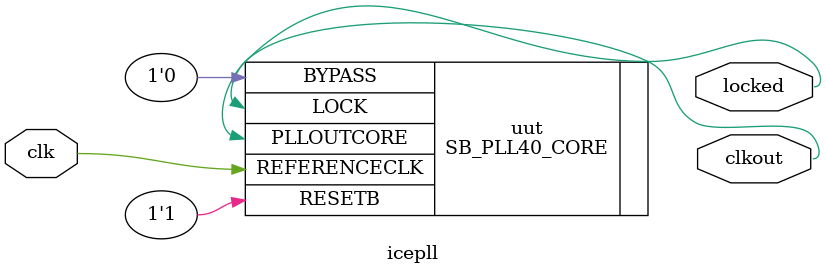
<source format=v>
module icepll( input wire clk
		    , output wire clkout
		    , output wire locked
		    );
   SB_PLL40_CORE #(
		   .FEEDBACK_PATH("SIMPLE"),
		   .PLLOUT_SELECT("GENCLK"),
		   .DIVR(4'b0000),
		   .DIVF(7'b1000010),
		   .DIVQ(3'b010),
		   .FILTER_RANGE(3'b001)
		   ) uut (
			  .LOCK(locked),
			  .RESETB(1'b1),
			  .BYPASS(1'b0),
			  .REFERENCECLK(clk),
			  .PLLOUTCORE(clkout)
			  );
endmodule // icepll

</source>
